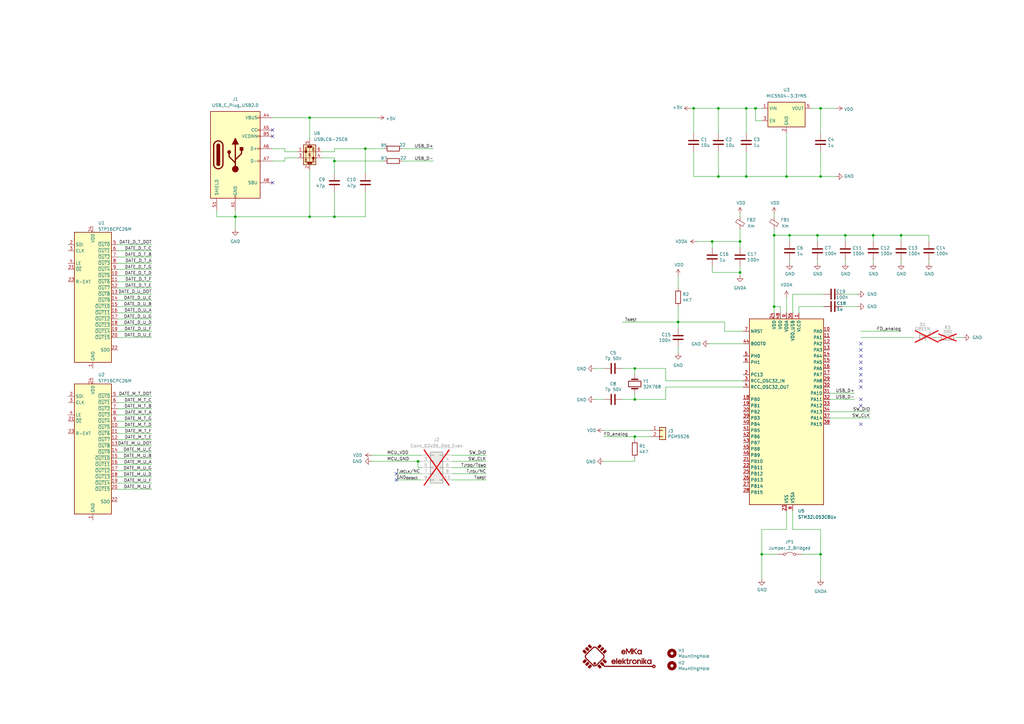
<source format=kicad_sch>
(kicad_sch (version 20250114) (generator "eeschema") (generator_version "9.0")
  (paper "A3")
  (junction (at 303.53 111.76))
  (junction (at 292.1 99.06))
  (junction (at 306.07 72.39))
  (junction (at 284.48 44.45))
  (junction (at 260.35 151.13))
  (junction (at 317.5 125.73))
  (junction (at 303.53 99.06))
  (junction (at 335.28 96.52))
  (junction (at 358.14 96.52))
  (junction (at 323.85 96.52))
  (junction (at 137.16 88.9))
  (junction (at 127 88.9))
  (junction (at 317.5 96.52))
  (junction (at 278.13 132.08))
  (junction (at 260.35 179.07))
  (junction (at 137.16 66.04))
  (junction (at 127 48.26))
  (junction (at 149.86 60.96))
  (junction (at 336.55 72.39))
  (junction (at 260.35 163.83))
  (junction (at 336.55 227.33))
  (junction (at 346.71 96.52))
  (junction (at 306.07 44.45))
  (junction (at 294.64 44.45))
  (junction (at 312.42 227.33))
  (junction (at 171.45 189.23))
  (junction (at 369.57 96.52))
  (junction (at 294.64 72.39))
  (junction (at 309.88 44.45))
  (junction (at 336.55 44.45))
  (junction (at 96.52 88.9))
  (junction (at 322.58 72.39))
  (no_connect (at 353.06 151.13))
  (no_connect (at 111.76 74.93))
  (no_connect (at 353.06 143.51))
  (no_connect (at 353.06 158.75))
  (no_connect (at 353.06 148.59))
  (no_connect (at 353.06 156.21))
  (no_connect (at 162.56 196.85))
  (no_connect (at 111.76 55.88))
  (no_connect (at 353.06 153.67))
  (no_connect (at 353.06 163.83))
  (no_connect (at 162.56 194.31))
  (no_connect (at 111.76 53.34))
  (no_connect (at 353.06 166.37))
  (no_connect (at 353.06 173.99))
  (no_connect (at 353.06 140.97))
  (no_connect (at 353.06 146.05))
  (wire (pts (xy 297.18 132.08) (xy 297.18 135.89)))
  (wire (pts (xy 317.5 93.98) (xy 317.5 96.52)))
  (wire (pts (xy 356.87 171.45) (xy 340.36 171.45)))
  (wire (pts (xy 306.07 62.23) (xy 306.07 72.39)))
  (wire (pts (xy 48.26 102.87) (xy 62.23 102.87)))
  (wire (pts (xy 48.26 130.81) (xy 62.23 130.81)))
  (wire (pts (xy 48.26 182.88) (xy 62.23 182.88)))
  (wire (pts (xy 185.42 194.31) (xy 199.39 194.31)))
  (wire (pts (xy 346.71 96.52) (xy 346.71 99.06)))
  (wire (pts (xy 152.4 186.69) (xy 172.72 186.69)))
  (wire (pts (xy 48.26 125.73) (xy 62.23 125.73)))
  (wire (pts (xy 48.26 190.5) (xy 62.23 190.5)))
  (wire (pts (xy 306.07 44.45) (xy 309.88 44.45)))
  (wire (pts (xy 165.1 60.96) (xy 177.8 60.96)))
  (wire (pts (xy 358.14 96.52) (xy 369.57 96.52)))
  (wire (pts (xy 327.66 125.73) (xy 327.66 128.27)))
  (wire (pts (xy 137.16 64.77) (xy 137.16 66.04)))
  (wire (pts (xy 116.84 66.04) (xy 111.76 66.04)))
  (wire (pts (xy 325.12 120.65) (xy 337.82 120.65)))
  (wire (pts (xy 48.26 123.19) (xy 62.23 123.19)))
  (wire (pts (xy 358.14 106.68) (xy 358.14 107.95)))
  (wire (pts (xy 312.42 227.33) (xy 318.77 227.33)))
  (wire (pts (xy 369.57 106.68) (xy 369.57 107.95)))
  (wire (pts (xy 149.86 71.12) (xy 149.86 60.96)))
  (wire (pts (xy 303.53 109.22) (xy 303.53 111.76)))
  (wire (pts (xy 322.58 54.61) (xy 322.58 72.39)))
  (wire (pts (xy 255.27 163.83) (xy 260.35 163.83)))
  (wire (pts (xy 332.74 44.45) (xy 336.55 44.45)))
  (wire (pts (xy 111.76 60.96) (xy 116.84 60.96)))
  (wire (pts (xy 336.55 237.49) (xy 336.55 227.33)))
  (wire (pts (xy 306.07 54.61) (xy 306.07 44.45)))
  (wire (pts (xy 284.48 44.45) (xy 284.48 54.61)))
  (wire (pts (xy 172.72 191.77) (xy 171.45 191.77)))
  (wire (pts (xy 312.42 217.17) (xy 312.42 227.33)))
  (wire (pts (xy 185.42 186.69) (xy 199.39 186.69)))
  (wire (pts (xy 48.26 167.64) (xy 62.23 167.64)))
  (wire (pts (xy 185.42 189.23) (xy 199.39 189.23)))
  (wire (pts (xy 292.1 99.06) (xy 303.53 99.06)))
  (wire (pts (xy 325.12 209.55) (xy 325.12 217.17)))
  (wire (pts (xy 273.05 158.75) (xy 304.8 158.75)))
  (wire (pts (xy 48.26 107.95) (xy 62.23 107.95)))
  (wire (pts (xy 48.26 175.26) (xy 62.23 175.26)))
  (wire (pts (xy 278.13 132.08) (xy 297.18 132.08)))
  (wire (pts (xy 260.35 151.13) (xy 260.35 153.67)))
  (wire (pts (xy 306.07 72.39) (xy 322.58 72.39)))
  (wire (pts (xy 48.26 200.66) (xy 62.23 200.66)))
  (wire (pts (xy 340.36 163.83) (xy 350.52 163.83)))
  (wire (pts (xy 171.45 189.23) (xy 172.72 189.23)))
  (wire (pts (xy 48.26 193.04) (xy 62.23 193.04)))
  (wire (pts (xy 278.13 132.08) (xy 278.13 134.62)))
  (wire (pts (xy 127 48.26) (xy 127 57.15)))
  (wire (pts (xy 48.26 120.65) (xy 62.23 120.65)))
  (wire (pts (xy 116.84 60.96) (xy 116.84 62.23)))
  (wire (pts (xy 322.58 121.92) (xy 322.58 128.27)))
  (wire (pts (xy 273.05 158.75) (xy 273.05 163.83)))
  (wire (pts (xy 48.26 185.42) (xy 62.23 185.42)))
  (wire (pts (xy 273.05 151.13) (xy 273.05 156.21)))
  (wire (pts (xy 312.42 227.33) (xy 312.42 237.49)))
  (wire (pts (xy 243.84 163.83) (xy 247.65 163.83)))
  (wire (pts (xy 278.13 113.03) (xy 278.13 118.11)))
  (wire (pts (xy 137.16 62.23) (xy 137.16 60.96)))
  (wire (pts (xy 285.75 99.06) (xy 292.1 99.06)))
  (wire (pts (xy 185.42 196.85) (xy 199.39 196.85)))
  (wire (pts (xy 317.5 125.73) (xy 317.5 128.27)))
  (wire (pts (xy 353.06 138.43) (xy 374.65 138.43)))
  (wire (pts (xy 127 48.26) (xy 154.94 48.26)))
  (wire (pts (xy 317.5 96.52) (xy 317.5 125.73)))
  (wire (pts (xy 266.7 176.53) (xy 247.65 176.53)))
  (wire (pts (xy 48.26 113.03) (xy 62.23 113.03)))
  (wire (pts (xy 322.58 72.39) (xy 336.55 72.39)))
  (wire (pts (xy 323.85 96.52) (xy 335.28 96.52)))
  (wire (pts (xy 381 106.68) (xy 381 107.95)))
  (wire (pts (xy 260.35 163.83) (xy 273.05 163.83)))
  (wire (pts (xy 303.53 99.06) (xy 303.53 101.6)))
  (wire (pts (xy 48.26 138.43) (xy 62.23 138.43)))
  (wire (pts (xy 48.26 162.56) (xy 62.23 162.56)))
  (wire (pts (xy 116.84 64.77) (xy 116.84 66.04)))
  (wire (pts (xy 48.26 135.89) (xy 62.23 135.89)))
  (wire (pts (xy 96.52 88.9) (xy 127 88.9)))
  (wire (pts (xy 137.16 66.04) (xy 157.48 66.04)))
  (wire (pts (xy 260.35 151.13) (xy 273.05 151.13)))
  (wire (pts (xy 278.13 125.73) (xy 278.13 132.08)))
  (wire (pts (xy 260.35 179.07) (xy 266.7 179.07)))
  (wire (pts (xy 336.55 227.33) (xy 336.55 217.17)))
  (wire (pts (xy 162.56 196.85) (xy 172.72 196.85)))
  (wire (pts (xy 137.16 88.9) (xy 149.86 88.9)))
  (wire (pts (xy 292.1 101.6) (xy 292.1 99.06)))
  (wire (pts (xy 303.53 111.76) (xy 303.53 113.03)))
  (wire (pts (xy 273.05 156.21) (xy 304.8 156.21)))
  (wire (pts (xy 283.21 44.45) (xy 284.48 44.45)))
  (wire (pts (xy 48.26 180.34) (xy 62.23 180.34)))
  (wire (pts (xy 171.45 191.77) (xy 171.45 189.23)))
  (wire (pts (xy 294.64 62.23) (xy 294.64 72.39)))
  (wire (pts (xy 278.13 142.24) (xy 278.13 144.78)))
  (wire (pts (xy 309.88 49.53) (xy 309.88 44.45)))
  (wire (pts (xy 247.65 179.07) (xy 260.35 179.07)))
  (wire (pts (xy 294.64 44.45) (xy 294.64 54.61)))
  (wire (pts (xy 149.86 60.96) (xy 157.48 60.96)))
  (wire (pts (xy 127 69.85) (xy 127 88.9)))
  (wire (pts (xy 309.88 44.45) (xy 312.42 44.45)))
  (wire (pts (xy 317.5 87.63) (xy 317.5 88.9)))
  (wire (pts (xy 335.28 96.52) (xy 335.28 99.06)))
  (wire (pts (xy 312.42 217.17) (xy 322.58 217.17)))
  (wire (pts (xy 290.83 140.97) (xy 304.8 140.97)))
  (wire (pts (xy 284.48 72.39) (xy 294.64 72.39)))
  (wire (pts (xy 342.9 44.45) (xy 336.55 44.45)))
  (wire (pts (xy 303.53 93.98) (xy 303.53 99.06)))
  (wire (pts (xy 137.16 71.12) (xy 137.16 66.04)))
  (wire (pts (xy 162.56 194.31) (xy 172.72 194.31)))
  (wire (pts (xy 340.36 161.29) (xy 350.52 161.29)))
  (wire (pts (xy 137.16 60.96) (xy 149.86 60.96)))
  (wire (pts (xy 328.93 227.33) (xy 336.55 227.33)))
  (wire (pts (xy 303.53 111.76) (xy 292.1 111.76)))
  (wire (pts (xy 381 96.52) (xy 381 99.06)))
  (wire (pts (xy 48.26 128.27) (xy 62.23 128.27)))
  (wire (pts (xy 48.26 133.35) (xy 62.23 133.35)))
  (wire (pts (xy 369.57 96.52) (xy 381 96.52)))
  (wire (pts (xy 48.26 115.57) (xy 62.23 115.57)))
  (wire (pts (xy 292.1 111.76) (xy 292.1 109.22)))
  (wire (pts (xy 325.12 120.65) (xy 325.12 128.27)))
  (wire (pts (xy 48.26 165.1) (xy 62.23 165.1)))
  (wire (pts (xy 127 88.9) (xy 137.16 88.9)))
  (wire (pts (xy 345.44 120.65) (xy 351.79 120.65)))
  (wire (pts (xy 88.9 88.9) (xy 96.52 88.9)))
  (wire (pts (xy 48.26 105.41) (xy 62.23 105.41)))
  (wire (pts (xy 48.26 172.72) (xy 62.23 172.72)))
  (wire (pts (xy 346.71 96.52) (xy 358.14 96.52)))
  (wire (pts (xy 48.26 198.12) (xy 62.23 198.12)))
  (wire (pts (xy 284.48 62.23) (xy 284.48 72.39)))
  (wire (pts (xy 48.26 170.18) (xy 62.23 170.18)))
  (wire (pts (xy 317.5 96.52) (xy 323.85 96.52)))
  (wire (pts (xy 284.48 44.45) (xy 294.64 44.45)))
  (wire (pts (xy 353.06 135.89) (xy 369.57 135.89)))
  (wire (pts (xy 336.55 217.17) (xy 325.12 217.17)))
  (wire (pts (xy 369.57 96.52) (xy 369.57 99.06)))
  (wire (pts (xy 96.52 88.9) (xy 96.52 93.98)))
  (wire (pts (xy 294.64 72.39) (xy 306.07 72.39)))
  (wire (pts (xy 337.82 125.73) (xy 327.66 125.73)))
  (wire (pts (xy 48.26 118.11) (xy 62.23 118.11)))
  (wire (pts (xy 260.35 189.23) (xy 247.65 189.23)))
  (wire (pts (xy 165.1 66.04) (xy 177.8 66.04)))
  (wire (pts (xy 303.53 87.63) (xy 303.53 88.9)))
  (wire (pts (xy 149.86 78.74) (xy 149.86 88.9)))
  (wire (pts (xy 336.55 54.61) (xy 336.55 44.45)))
  (wire (pts (xy 185.42 191.77) (xy 199.39 191.77)))
  (wire (pts (xy 255.27 151.13) (xy 260.35 151.13)))
  (wire (pts (xy 48.26 177.8) (xy 62.23 177.8)))
  (wire (pts (xy 297.18 135.89) (xy 304.8 135.89)))
  (wire (pts (xy 345.44 125.73) (xy 351.79 125.73)))
  (wire (pts (xy 336.55 62.23) (xy 336.55 72.39)))
  (wire (pts (xy 116.84 62.23) (xy 121.92 62.23)))
  (wire (pts (xy 48.26 100.33) (xy 62.23 100.33)))
  (wire (pts (xy 260.35 187.96) (xy 260.35 189.23)))
  (wire (pts (xy 336.55 72.39) (xy 342.9 72.39)))
  (wire (pts (xy 335.28 106.68) (xy 335.28 107.95)))
  (wire (pts (xy 335.28 96.52) (xy 346.71 96.52)))
  (wire (pts (xy 392.43 138.43) (xy 394.97 138.43)))
  (wire (pts (xy 320.04 125.73) (xy 320.04 128.27)))
  (wire (pts (xy 294.64 44.45) (xy 306.07 44.45)))
  (wire (pts (xy 260.35 161.29) (xy 260.35 163.83)))
  (wire (pts (xy 320.04 125.73) (xy 317.5 125.73)))
  (wire (pts (xy 96.52 86.36) (xy 96.52 88.9)))
  (wire (pts (xy 121.92 64.77) (xy 116.84 64.77)))
  (wire (pts (xy 255.27 132.08) (xy 278.13 132.08)))
  (wire (pts (xy 260.35 180.34) (xy 260.35 179.07)))
  (wire (pts (xy 48.26 187.96) (xy 62.23 187.96)))
  (wire (pts (xy 137.16 78.74) (xy 137.16 88.9)))
  (wire (pts (xy 88.9 86.36) (xy 88.9 88.9)))
  (wire (pts (xy 322.58 217.17) (xy 322.58 209.55)))
  (wire (pts (xy 346.71 106.68) (xy 346.71 107.95)))
  (wire (pts (xy 132.08 62.23) (xy 137.16 62.23)))
  (wire (pts (xy 340.36 168.91) (xy 356.87 168.91)))
  (wire (pts (xy 323.85 106.68) (xy 323.85 107.95)))
  (wire (pts (xy 384.81 138.43) (xy 382.27 138.43)))
  (wire (pts (xy 323.85 96.52) (xy 323.85 99.06)))
  (wire (pts (xy 243.84 151.13) (xy 247.65 151.13)))
  (wire (pts (xy 48.26 195.58) (xy 62.23 195.58)))
  (wire (pts (xy 358.14 96.52) (xy 358.14 99.06)))
  (wire (pts (xy 312.42 49.53) (xy 309.88 49.53)))
  (wire (pts (xy 132.08 64.77) (xy 137.16 64.77)))
  (wire (pts (xy 111.76 48.26) (xy 127 48.26)))
  (wire (pts (xy 48.26 110.49) (xy 62.23 110.49)))
  (wire (pts (xy 152.4 189.23) (xy 171.45 189.23)))
  (label "DATE_D_U_G" (at 62.23 130.81 180))
  (label "SW_DIO" (at 356.87 168.91 180))
  (label "DATE_D_U_DOT" (at 62.23 120.65 180))
  (label "DATE_M_T_C" (at 62.23 165.1 180))
  (label "SW_CLK" (at 199.39 189.23 180))
  (label "SW_CLK" (at 356.87 171.45 180))
  (label "T_{JRCLK}{slash}NC" (at 162.56 194.31 0))
  (label "DATE_D_T_B" (at 62.23 105.41 180))
  (label "DATE_D_T_DOT" (at 62.23 100.33 180))
  (label "DATE_M_T_A" (at 62.23 170.18 180))
  (label "DATE_M_U_C" (at 62.23 185.42 180))
  (label "USB_D-" (at 177.8 66.04 180))
  (label "DATE_D_U_E" (at 62.23 138.43 180))
  (label "FD_analog" (at 369.57 135.89 180))
  (label "DATE_M_U_B" (at 62.23 187.96 180))
  (label "DATE_D_T_G" (at 62.23 110.49 180))
  (label " T_{NRST}" (at 255.27 132.08 0))
  (label "DATE_M_U_G" (at 62.23 193.04 180))
  (label "DATE_D_U_C" (at 62.23 123.19 180))
  (label "DATE_D_U_B" (at 62.23 125.73 180))
  (label "FD_analog" (at 247.65 179.07 0))
  (label "USB_D+" (at 350.52 161.29 180))
  (label "DATE_M_T_E" (at 62.23 180.34 180))
  (label "USB_D-" (at 350.52 163.83 180))
  (label "DATE_M_T_D" (at 62.23 175.26 180))
  (label "DATE_M_U_DOT" (at 62.23 182.88 180))
  (label "DATE_D_T_A" (at 62.23 107.95 180))
  (label "DATE_M_U_F" (at 62.23 198.12 180))
  (label "T_{JTDO}{slash}T_{SWO}" (at 199.39 191.77 180))
  (label "DATE_D_T_D" (at 62.23 113.03 180))
  (label "DATE_D_U_D" (at 62.23 133.35 180))
  (label "DATE_M_T_B" (at 62.23 167.64 180))
  (label "DATE_M_T_G" (at 62.23 172.72 180))
  (label "T_{JTDI}{slash}NC" (at 199.39 194.31 180))
  (label "SW_DIO" (at 199.39 186.69 180))
  (label "DATE_M_U_A" (at 62.23 190.5 180))
  (label "DATE_M_T_DOT" (at 62.23 162.56 180))
  (label "MCU_GND" (at 158.75 189.23 0))
  (label " T_{NRST}" (at 199.39 196.85 180))
  (label "MCU_VDD" (at 158.75 186.69 0))
  (label "DATE_D_T_F" (at 62.23 115.57 180))
  (label "GND_{detect}" (at 162.56 196.85 0))
  (label "DATE_M_T_F" (at 62.23 177.8 180))
  (label "DATE_M_U_D" (at 62.23 195.58 180))
  (label "DATE_D_U_A" (at 62.23 128.27 180))
  (label "DATE_D_T_E" (at 62.23 118.11 180))
  (label "DATE_D_T_C" (at 62.23 102.87 180))
  (label "DATE_M_U_E" (at 62.23 200.66 180))
  (label "USB_D+" (at 177.8 60.96 180))
  (label "DATE_D_U_F" (at 62.23 135.89 180))
  (symbol (lib_id "Device:C") (at 335.28 102.87 0) (unit 1)
    (property "Reference" "C7" (at 338.201 101.7016 0) (effects (justify left)))
    (property "Value" "100n" (at 338.201 104.013 0) (effects (justify left)))
    (property "Footprint" "Capacitor_SMD:C_0603_1608Metric" (effects (hide yes)))
    (property "Unit Price (100+) PLN" "0,129" (effects (hide yes)))
    (property "INFO" "Multilayer Ceramic Capacitors MLCC - SMD/SMT 01005 16VDC 0.1uF 20% X5R" (effects (hide yes)))
    (property "MNF" "Murata Electronics" (effects (hide yes)))
    (property "MPN" "GRM022R61C104ME05L" (effects (hide yes)))
    (property "SHOP" "https://www.mouser.pl/ProductDetail/Murata-Electronics/GRM022R61C104ME05L?qs=sGAEpiMZZMvsSlwiRhF8qrQG6leidpLjjcivVtPLTa6z8Yu53QwVlA%3D%3D" (effects (hide yes)))
  )
  (symbol (lib_id "zlpcba_f103c8-rescue:GND-power") (at 323.85 107.95 0) (unit 1)
    (property "Reference" "#PWR014" (effects (hide yes)))
    (property "Value" "GND" (at 323.977 112.3442 0))
  )
  (symbol (lib_id "zlpcba_f103c8-rescue:GND-power") (at 335.28 107.95 0) (unit 1)
    (property "Reference" "#PWR016" (effects (hide yes)))
    (property "Value" "GND" (at 335.407 112.3442 0))
  )
  (symbol (lib_id "zlpcba_f103c8-rescue:VDD-power") (at 317.5 87.63 0) (unit 1)
    (property "Reference" "#PWR011" (effects (hide yes)))
    (property "Value" "VDD" (at 317.881 83.2358 0))
  )
  (symbol (lib_id "zlpcba_f103c8-rescue:GND-power") (at 312.42 237.49 0) (unit 1)
    (property "Reference" "#PWR012" (effects (hide yes)))
    (property "Value" "GND" (at 312.547 241.8842 0))
  )
  (symbol (lib_id "Device:R") (at 278.13 121.92 0) (unit 1)
    (property "Reference" "R2" (at 279.908 120.7516 0) (effects (justify left)))
    (property "Value" "4K7" (at 279.908 123.063 0) (effects (justify left)))
    (property "Footprint" "Resistor_SMD:R_0603_1608Metric" (effects (hide yes)))
    (property "Unit Price (100+) PLN" "0,026" (effects (hide yes)))
    (property "INFO" "Thick Film Resistors 4.7 kOhms 62.5 mW 0402 5%" (effects (hide yes)))
    (property "MNF" "YAGEO" (effects (hide yes)))
    (property "MPN" "RC0402JR-7D4K7L" (effects (hide yes)))
    (property "SHOP" "https://www.mouser.pl/ProductDetail/YAGEO/RC0402JR-7D4K7L?qs=sGAEpiMZZMvdGkrng054t%252BT3WHYFVvJgxkQmiEjqXd6icPcHI%252BrGkw%3D%3D" (effects (hide yes)))
  )
  (symbol (lib_id "zlpcba_f103c8-rescue:VDD-power") (at 278.13 113.03 0) (unit 1)
    (property "Reference" "#PWR010" (effects (hide yes)))
    (property "Value" "VDD" (at 278.511 108.6358 0))
  )
  (symbol (lib_id "Device:Crystal") (at 260.35 157.48 90) (unit 1)
    (property "Reference" "Y1" (at 263.6774 156.3116 90) (effects (justify right)))
    (property "Value" "32K768" (at 263.6774 158.623 90) (effects (justify right)))
    (property "Footprint" "Crystal:Crystal_SMD_3215-2Pin_3.2x1.5mm" (effects (hide yes)))
    (property "SHOP" "https://www.mouser.pl/ProductDetail/Seiko-Semiconductors/SC32S-7PF20PPM?qs=3CPZD7qAgigZSR1ASVAS6w%3D%3D" (effects (hide yes)))
    (property "MNF" "Seiko Semiconductors" (effects (hide yes)))
    (property "MPN" "SC32S-7PF20PPM" (effects (hide yes)))
    (property "INFO" "Crystals 32.768kHz 7pF +/-20PPM" (effects (hide yes)))
    (property "Unit Price (100+) PLN" "1,08 " (effects (hide yes)))
  )
  (symbol (lib_id "Device:C") (at 251.46 151.13 270) (unit 1)
    (property "Reference" "C5" (at 251.46 144.7292 90))
    (property "Value" "7p 50V" (at 251.46 147.0406 90))
    (property "Footprint" "Capacitor_SMD:C_0603_1608Metric" (effects (hide yes)))
    (property "INFO" "Multilayer Ceramic Capacitors MLCC - SMD/SMT 7pF C0G 50V 0402 Auto grade" (effects (hide yes)))
    (property "MNF" "Samsung" (effects (hide yes)))
    (property "MPN" "CL05C070CB51PNC" (effects (hide yes)))
    (property "SHOP" "https://www.mouser.pl/ProductDetail/Samsung-Electro-Mechanics/CL05C070CB51PNC?qs=sGAEpiMZZMvsSlwiRhF8qtsGU%2FCnaNeQHqonEWYiw%2FLZT0Q2yX4WSQ%3D%3D" (effects (hide yes)))
    (property "Unit Price (100+) PLN" "0,116" (effects (hide yes)))
  )
  (symbol (lib_id "zlpcba_f103c8-rescue:GND-power") (at 243.84 151.13 270) (unit 1)
    (property "Reference" "#PWR09" (effects (hide yes)))
    (property "Value" "GND" (at 240.5888 151.257 90) (effects (justify right)))
  )
  (symbol (lib_id "Device:C") (at 306.07 58.42 0) (unit 1)
    (property "Reference" "C3" (at 308.991 57.2516 0) (effects (justify left)))
    (property "Value" "1u" (at 308.991 59.563 0) (effects (justify left)))
    (property "Footprint" "Capacitor_SMD:C_0805_2012Metric" (effects (hide yes)))
    (property "Unit Price (100+) PLN" "0,116" (effects (hide yes)))
    (property "INFO" "Multilayer Ceramic Capacitors MLCC - SMD/SMT 1.0uF +-10% 16V" (effects (hide yes)))
    (property "MNF" "Walsin" (effects (hide yes)))
    (property "MPN" "0805X105K160CT" (effects (hide yes)))
    (property "SHOP" "https://www.mouser.pl/ProductDetail/Walsin/0805X105K160CT?qs=wUXugUrL1qxMXFrDyyDE9A%3D%3D" (effects (hide yes)))
  )
  (symbol (lib_id "zlpcba_f103c8-rescue:VDD-power") (at 342.9 44.45 270) (unit 1)
    (property "Reference" "#PWR06" (effects (hide yes)))
    (property "Value" "VDD" (at 346.1512 44.831 90) (effects (justify left)))
  )
  (symbol (lib_id "zlpcba_f103c8-rescue:VDD-power") (at 247.65 176.53 90) (unit 1)
    (property "Reference" "#PWR03" (effects (hide yes)))
    (property "Value" "VDD" (at 244.602 176.53 90) (effects (justify left)))
  )
  (symbol (lib_id "Device:R") (at 260.35 184.15 0) (unit 1)
    (property "Reference" "R1" (at 262.128 182.9816 0) (effects (justify left)))
    (property "Value" "4K7" (at 262.128 185.293 0) (effects (justify left)))
    (property "Footprint" "Resistor_SMD:R_0603_1608Metric" (effects (hide yes)))
    (property "Unit Price (100+) PLN" "0,026" (effects (hide yes)))
    (property "INFO" "Thick Film Resistors 4.7 kOhms 62.5 mW 0402 5%" (effects (hide yes)))
    (property "MNF" "YAGEO" (effects (hide yes)))
    (property "MPN" "RC0402JR-7D4K7L" (effects (hide yes)))
    (property "SHOP" "https://www.mouser.pl/ProductDetail/YAGEO/RC0402JR-7D4K7L?qs=sGAEpiMZZMvdGkrng054t%252BT3WHYFVvJgxkQmiEjqXd6icPcHI%252BrGkw%3D%3D" (effects (hide yes)))
  )
  (symbol (lib_id "zlpcba_f103c8-rescue:GND-power") (at 247.65 189.23 270) (unit 1)
    (property "Reference" "#PWR04" (effects (hide yes)))
    (property "Value" "GND" (at 244.3988 189.357 90) (effects (justify right)))
  )
  (symbol (lib_id "zlpcba_f103c8-rescue:+5V-power") (at 154.94 48.26 270) (unit 1)
    (property "Reference" "#PWR05" (effects (hide yes)))
    (property "Value" "+5V" (at 158.1912 48.641 90) (effects (justify left)))
  )
  (symbol (lib_id "zlpcba_f103c8-rescue:GND-power") (at 342.9 72.39 90) (unit 1)
    (property "Reference" "#PWR07" (effects (hide yes)))
    (property "Value" "GND" (at 346.1512 72.263 90) (effects (justify right)))
  )
  (symbol (lib_id "Mechanical:MountingHole") (at 275.59 267.97 0) (unit 1) (in_bom no)
    (property "Reference" "H1" (at 278.13 266.8016 0) (effects (justify left)))
    (property "Value" "MountingHole" (at 278.13 269.113 0) (effects (justify left)))
    (property "Footprint" "MountingHole:MountingHole_3.2mm_M3" (effects (hide yes)))
    (property "Unit Price (100+) PLN" "0" (effects (hide yes)))
    (property "INFO" "---" (effects (hide yes)))
    (property "MNF" "---" (effects (hide yes)))
    (property "MPN" "---" (effects (hide yes)))
    (property "SHOP" "---" (effects (hide yes)))
  )
  (symbol (lib_id "zlpcba_f103c8-rescue:eMKa_elektronika_LOGO-eMKa_INFO") (at 254 269.24 0) (unit 1) (in_bom no)
    (property "Reference" "G1" (effects (hide yes)))
    (property "Value" "eMKa_elektronika_LOGO" (effects (hide yes)))
    (property "Footprint" "eMKa_SIMBOLS:emka_logo_male" (effects (hide yes)))
    (property "Unit Price (100+) PLN" "0" (effects (hide yes)))
    (property "SHOP" "---" (effects (hide yes)))
    (property "MNF" "---" (effects (hide yes)))
    (property "MPN" "---" (effects (hide yes)))
    (property "INFO" "---" (effects (hide yes)))
  )
  (symbol (lib_id "Connector_Generic:Conn_01x02") (at 271.78 176.53 0) (unit 1) (in_bom no)
    (property "Reference" "J3" (at 273.812 176.7332 0) (effects (justify left)))
    (property "Value" "PGM5526" (at 273.812 179.0446 0) (effects (justify left)))
    (property "Footprint" "eMKa_CONNECTORS:easy_plug_short_x2" (effects (hide yes)))
    (property "Unit Price (100+) PLN" "0" (effects (hide yes)))
    (property "INFO" "---" (effects (hide yes)))
    (property "MNF" "---" (effects (hide yes)))
    (property "MPN" "---" (effects (hide yes)))
    (property "SHOP" "---" (effects (hide yes)))
  )
  (symbol (lib_id "Device:C") (at 341.63 120.65 90) (unit 1)
    (property "Reference" "C19" (at 342.9 119.6086 90) (effects (justify right)))
    (property "Value" "100n" (at 342.9 121.92 90) (effects (justify right)))
    (property "Footprint" "Capacitor_SMD:C_0603_1608Metric" (effects (hide yes)))
    (property "Unit Price (100+) PLN" "0,129" (effects (hide yes)))
    (property "INFO" "Multilayer Ceramic Capacitors MLCC - SMD/SMT 01005 16VDC 0.1uF 20% X5R" (effects (hide yes)))
    (property "MNF" "Murata Electronics" (effects (hide yes)))
    (property "MPN" "GRM022R61C104ME05L" (effects (hide yes)))
    (property "SHOP" "https://www.mouser.pl/ProductDetail/Murata-Electronics/GRM022R61C104ME05L?qs=sGAEpiMZZMvsSlwiRhF8qrQG6leidpLjjcivVtPLTa6z8Yu53QwVlA%3D%3D" (effects (hide yes)))
  )
  (symbol (lib_id "Device:LED") (at 378.46 138.43 180) (unit 1) (in_bom no) (dnp yes)
    (property "Reference" "D1" (at 378.46 133.096 0))
    (property "Value" "GREEN" (at 378.46 134.874 0))
    (property "Footprint" "LED_SMD:LED_0603_1608Metric" (effects (hide yes)))
    (property "Description" "Light emitting diode" (effects (hide yes)))
    (property "SHOP" "---" (effects (hide yes)))
    (property "MNF" "---" (effects (hide yes)))
    (property "MPN" "---" (effects (hide yes)))
    (property "INFO" "---" (effects (hide yes)))
    (property "Unit Price (100+) PLN" "0" (effects (hide yes)))
  )
  (symbol (lib_id "zlpcba_f103c8-rescue:GND-power") (at 369.57 107.95 0) (unit 1)
    (property "Reference" "#PWR024" (effects (hide yes)))
    (property "Value" "GND" (at 369.697 112.3442 0))
  )
  (symbol (lib_id "Jumper:Jumper_2_Bridged") (at 323.85 227.33 0) (unit 1)
    (property "Reference" "JP1" (at 323.85 222.25 0))
    (property "Value" "Jumper_2_Bridged" (at 323.85 224.79 0))
    (property "Description" "Jumper, 2-pole, closed/bridged" (effects (hide yes)))
  )
  (symbol (lib_id "Device:C") (at 381 102.87 0) (unit 1)
    (property "Reference" "C14" (at 383.921 101.7016 0) (effects (justify left)))
    (property "Value" "100n" (at 383.921 104.013 0) (effects (justify left)))
    (property "Footprint" "Capacitor_SMD:C_0603_1608Metric" (effects (hide yes)))
    (property "Unit Price (100+) PLN" "0,129" (effects (hide yes)))
    (property "INFO" "Multilayer Ceramic Capacitors MLCC - SMD/SMT 01005 16VDC 0.1uF 20% X5R" (effects (hide yes)))
    (property "MNF" "Murata Electronics" (effects (hide yes)))
    (property "MPN" "GRM022R61C104ME05L" (effects (hide yes)))
    (property "SHOP" "https://www.mouser.pl/ProductDetail/Murata-Electronics/GRM022R61C104ME05L?qs=sGAEpiMZZMvsSlwiRhF8qrQG6leidpLjjcivVtPLTa6z8Yu53QwVlA%3D%3D" (effects (hide yes)))
  )
  (symbol (lib_id "Device:FerriteBead_Small") (at 317.5 91.44 0) (unit 1)
    (property "Reference" "FB1" (at 322.072 90.17 0))
    (property "Value" "Xm" (at 322.072 92.71 0))
    (property "Footprint" "Inductor_SMD:L_0603_1608Metric" (effects (hide yes)))
    (property "Description" "Ferrite Beads 600 OHM 25% 0.5A" (effects (hide yes)))
    (property "SHOP" "https://mou.sr/4o6heLn" (effects (hide yes)))
    (property "MNF" "TDK" (effects (hide yes)))
    (property "MPN" "MMZ1608R601ATA00" (effects (hide yes)))
    (property "UNIT_PRICE ( min x100 order )" "0.133" (effects (hide yes)))
    (property "INVENTORY" "50" (effects (hide yes)))
  )
  (symbol (lib_id "power:GNDA") (at 303.53 113.03 0) (unit 1)
    (property "Reference" "#PWR023" (effects (hide yes)))
    (property "Value" "GNDA" (at 303.53 118.11 0))
    (property "Description" "Power symbol creates a global label with name \"GNDA\" , analog ground" (effects (hide yes)))
  )
  (symbol (lib_id "MCU_ST_STM32L0:STM32L053C8Ux") (at 322.58 168.91 0) (unit 1)
    (property "Reference" "U5" (at 327.2633 209.55 0) (effects (justify left)))
    (property "Value" "STM32L053C8Ux" (at 327.2633 212.09 0) (effects (justify left)))
    (property "Footprint" "Package_DFN_QFN:QFN-48-1EP_7x7mm_P0.5mm_EP5.6x5.6mm" (effects (hide yes)))
    (property "Datasheet" "https://www.st.com/resource/en/datasheet/stm32l053c8.pdf" (effects (hide yes)))
    (property "Description" "STMicroelectronics Arm Cortex-M0+ MCU, 64KB flash, 8KB RAM, 32 MHz, 1.65-3.6V, 37 GPIO, UFQFPN48" (effects (hide yes)))
    (pin "4" (alternate "RCC_OSC32_OUT"))
    (pin "3" (alternate "RCC_OSC32_IN"))
  )
  (symbol (lib_id "power:GND") (at 278.13 144.78 0) (unit 1)
    (property "Reference" "#PWR019" (effects (hide yes)))
    (property "Value" "GND" (at 278.13 149.86 0))
    (property "Description" "Power symbol creates a global label with name \"GND\" , ground" (effects (hide yes)))
  )
  (symbol (lib_id "Device:C") (at 303.53 105.41 0) (unit 1)
    (property "Reference" "C17" (at 306.451 104.2416 0) (effects (justify left)))
    (property "Value" "100n" (at 306.451 106.553 0) (effects (justify left)))
    (property "Footprint" "Capacitor_SMD:C_0603_1608Metric" (effects (hide yes)))
    (property "Unit Price (100+) PLN" "0,129" (effects (hide yes)))
    (property "INFO" "Multilayer Ceramic Capacitors MLCC - SMD/SMT 01005 16VDC 0.1uF 20% X5R" (effects (hide yes)))
    (property "MNF" "Murata Electronics" (effects (hide yes)))
    (property "MPN" "GRM022R61C104ME05L" (effects (hide yes)))
    (property "SHOP" "https://www.mouser.pl/ProductDetail/Murata-Electronics/GRM022R61C104ME05L?qs=sGAEpiMZZMvsSlwiRhF8qrQG6leidpLjjcivVtPLTa6z8Yu53QwVlA%3D%3D" (effects (hide yes)))
  )
  (symbol (lib_id "Device:C") (at 294.64 58.42 0) (unit 1)
    (property "Reference" "C2" (at 297.561 57.2516 0) (effects (justify left)))
    (property "Value" "10u" (at 297.561 59.563 0) (effects (justify left)))
    (property "Footprint" "Capacitor_SMD:C_0805_2012Metric" (effects (hide yes)))
    (property "Unit Price (100+) PLN" "0,125" (effects (hide yes)))
    (property "INFO" "Multilayer Ceramic Capacitors MLCC - SMD/SMT 963-MSAST21GBB5106MT RPLCMT PN 25V 10uF X5R 0805 20%" (effects (hide yes)))
    (property "MNF" "TAIYO YUDEN" (effects (hide yes)))
    (property "MPN" "TMK212BBJ106MG-T" (effects (hide yes)))
    (property "SHOP" "https://www.mouser.pl/ProductDetail/TAIYO-YUDEN/TMK212BBJ106MG-T?qs=sGAEpiMZZMvsSlwiRhF8qvXH2%252BT6Wjq1bQC8NDAxtUO%2FVw1twjONZg%3D%3D" (effects (hide yes)))
  )
  (symbol (lib_id "Device:C") (at 336.55 58.42 0) (unit 1)
    (property "Reference" "C4" (at 339.471 57.2516 0) (effects (justify left)))
    (property "Value" "1u" (at 339.471 59.563 0) (effects (justify left)))
    (property "Footprint" "Capacitor_SMD:C_0805_2012Metric" (effects (hide yes)))
    (property "Unit Price (100+) PLN" "0,116" (effects (hide yes)))
    (property "INFO" "Multilayer Ceramic Capacitors MLCC - SMD/SMT 1.0uF +-10% 16V" (effects (hide yes)))
    (property "MNF" "Walsin" (effects (hide yes)))
    (property "MPN" "0805X105K160CT" (effects (hide yes)))
    (property "SHOP" "https://www.mouser.pl/ProductDetail/Walsin/0805X105K160CT?qs=wUXugUrL1qxMXFrDyyDE9A%3D%3D" (effects (hide yes)))
  )
  (symbol (lib_id "Device:R") (at 161.29 66.04 270) (mirror x) (unit 1)
    (property "Reference" "R7" (at 157.48 65.024 90))
    (property "Value" "22" (at 165.354 64.77 90))
    (property "Footprint" "Resistor_SMD:R_0603_1608Metric" (effects (hide yes)))
    (property "Description" "Resistor" (effects (hide yes)))
    (property "Tolerance" "5%" (effects (hide yes)))
  )
  (symbol (lib_id "Device:C") (at 341.63 125.73 90) (unit 1)
    (property "Reference" "C18" (at 343.154 124.4346 90) (effects (justify right)))
    (property "Value" "1u" (at 343.154 126.746 90) (effects (justify right)))
    (property "Footprint" "Capacitor_SMD:C_0805_2012Metric" (effects (hide yes)))
    (property "Unit Price (100+) PLN" "0,116" (effects (hide yes)))
    (property "INFO" "Multilayer Ceramic Capacitors MLCC - SMD/SMT 1.0uF +-10% 16V" (effects (hide yes)))
    (property "MNF" "Walsin" (effects (hide yes)))
    (property "MPN" "0805X105K160CT" (effects (hide yes)))
    (property "SHOP" "https://www.mouser.pl/ProductDetail/Walsin/0805X105K160CT?qs=wUXugUrL1qxMXFrDyyDE9A%3D%3D" (effects (hide yes)))
  )
  (symbol (lib_id "Device:C") (at 292.1 105.41 0) (unit 1)
    (property "Reference" "C16" (at 295.021 104.2416 0) (effects (justify left)))
    (property "Value" "1u" (at 295.021 106.553 0) (effects (justify left)))
    (property "Footprint" "Capacitor_SMD:C_0805_2012Metric" (effects (hide yes)))
    (property "Unit Price (100+) PLN" "0,116" (effects (hide yes)))
    (property "INFO" "Multilayer Ceramic Capacitors MLCC - SMD/SMT 1.0uF +-10% 16V" (effects (hide yes)))
    (property "MNF" "Walsin" (effects (hide yes)))
    (property "MPN" "0805X105K160CT" (effects (hide yes)))
    (property "SHOP" "https://www.mouser.pl/ProductDetail/Walsin/0805X105K160CT?qs=wUXugUrL1qxMXFrDyyDE9A%3D%3D" (effects (hide yes)))
  )
  (symbol (lib_id "Driver_LED:STP16CPC26M") (at 38.1 185.42 0) (unit 1)
    (property "Reference" "U2" (at 40.2433 153.67 0) (effects (justify left)))
    (property "Value" "STP16CPC26M" (at 40.2433 156.21 0) (effects (justify left)))
    (property "Footprint" "Package_SO:SOIC-24W_7.5x15.4mm_P1.27mm" (effects (hide yes)))
    (property "Datasheet" "https://www.st.com/resource/en/datasheet/STP16CPC26.pdf" (effects (hide yes)))
    (property "Description" "16-bit constant current LED sink driver, 5..90mA output current, 20V driving capability, 3..5.5V power supply, SOIC-24" (effects (hide yes)))
  )
  (symbol (lib_id "Device:R") (at 388.62 138.43 270) (mirror x) (unit 1) (in_bom no) (dnp yes)
    (property "Reference" "R3" (at 388.62 134.366 90))
    (property "Value" "390" (at 388.62 136.144 90))
    (property "Footprint" "Resistor_SMD:R_0603_1608Metric" (effects (hide yes)))
    (property "Description" "Resistor" (effects (hide yes)))
    (property "Tolerance" "5%" (effects (hide yes)))
    (property "SHOP" "---" (effects (hide yes)))
    (property "MNF" "---" (effects (hide yes)))
    (property "MPN" "---" (effects (hide yes)))
    (property "INFO" "---" (effects (hide yes)))
    (property "Unit Price (100+) PLN" "0" (effects (hide yes)))
  )
  (symbol (lib_id "Device:FerriteBead_Small") (at 303.53 91.44 0) (unit 1)
    (property "Reference" "FB2" (at 308.102 90.17 0))
    (property "Value" "Xm" (at 308.102 92.71 0))
    (property "Footprint" "Inductor_SMD:L_0603_1608Metric" (effects (hide yes)))
    (property "Description" "Ferrite Beads 600 OHM 25% 0.5A" (effects (hide yes)))
    (property "SHOP" "https://mou.sr/4o6heLn" (effects (hide yes)))
    (property "MNF" "TDK" (effects (hide yes)))
    (property "MPN" "MMZ1608R601ATA00" (effects (hide yes)))
    (property "UNIT_PRICE ( min x100 order )" "0.133" (effects (hide yes)))
    (property "INVENTORY" "50" (effects (hide yes)))
  )
  (symbol (lib_id "Device:R") (at 161.29 60.96 270) (mirror x) (unit 1)
    (property "Reference" "R5" (at 157.48 59.69 90))
    (property "Value" "22" (at 165.1 59.436 90))
    (property "Footprint" "Resistor_SMD:R_0603_1608Metric" (effects (hide yes)))
    (property "Description" "Resistor" (effects (hide yes)))
    (property "Tolerance" "5%" (effects (hide yes)))
  )
  (symbol (lib_id "zlpcba_f103c8-rescue:GND-power") (at 358.14 107.95 0) (unit 1)
    (property "Reference" "#PWR022" (effects (hide yes)))
    (property "Value" "GND" (at 358.267 112.3442 0))
  )
  (symbol (lib_id "Device:C") (at 251.46 163.83 270) (unit 1)
    (property "Reference" "C8" (at 251.46 157.4292 90))
    (property "Value" "7p 50V" (at 251.46 159.7406 90))
    (property "Footprint" "Capacitor_SMD:C_0603_1608Metric" (effects (hide yes)))
    (property "INFO" "Multilayer Ceramic Capacitors MLCC - SMD/SMT 7pF C0G 50V 0402 Auto grade" (effects (hide yes)))
    (property "MNF" "Samsung" (effects (hide yes)))
    (property "MPN" "CL05C070CB51PNC" (effects (hide yes)))
    (property "SHOP" "https://www.mouser.pl/ProductDetail/Samsung-Electro-Mechanics/CL05C070CB51PNC?qs=sGAEpiMZZMvsSlwiRhF8qtsGU%2FCnaNeQHqonEWYiw%2FLZT0Q2yX4WSQ%3D%3D" (effects (hide yes)))
    (property "Unit Price (100+) PLN" "0,116" (effects (hide yes)))
  )
  (symbol (lib_id "Power_Protection:USBLC6-2SC6") (at 127 62.23 0) (unit 1)
    (property "Reference" "U6" (at 128.6511 54.61 0) (effects (justify left)))
    (property "Value" "USBLC6-2SC6" (at 128.6511 57.15 0) (effects (justify left)))
    (property "Footprint" "Package_TO_SOT_SMD:SOT-23-6" (effects (hide yes)))
    (property "Datasheet" "https://www.st.com/resource/en/datasheet/usblc6-2.pdf" (effects (hide yes)))
    (property "Description" "Very low capacitance ESD protection diode, 2 data-line, SOT-23-6" (effects (hide yes)))
  )
  (symbol (lib_id "Device:C") (at 278.13 138.43 0) (mirror y) (unit 1)
    (property "Reference" "C15" (at 275.209 137.2616 0) (effects (justify left)))
    (property "Value" "100n" (at 275.209 139.573 0) (effects (justify left)))
    (property "Footprint" "Capacitor_SMD:C_0603_1608Metric" (effects (hide yes)))
    (property "Unit Price (100+) PLN" "0,129" (effects (hide yes)))
    (property "INFO" "Multilayer Ceramic Capacitors MLCC - SMD/SMT 01005 16VDC 0.1uF 20% X5R" (effects (hide yes)))
    (property "MNF" "Murata Electronics" (effects (hide yes)))
    (property "MPN" "GRM022R61C104ME05L" (effects (hide yes)))
    (property "SHOP" "https://www.mouser.pl/ProductDetail/Murata-Electronics/GRM022R61C104ME05L?qs=sGAEpiMZZMvsSlwiRhF8qrQG6leidpLjjcivVtPLTa6z8Yu53QwVlA%3D%3D" (effects (hide yes)))
  )
  (symbol (lib_id "Device:C") (at 149.86 74.93 0) (mirror y) (unit 1)
    (property "Reference" "C10" (at 146.05 73.6599 0) (effects (justify left)))
    (property "Value" "47p" (at 146.05 76.1999 0) (effects (justify left)))
    (property "Footprint" "Capacitor_SMD:C_0603_1608Metric" (effects (hide yes)))
    (property "Description" "Unpolarized capacitor" (effects (hide yes)))
    (property "Tolerance" "5%" (effects (hide yes)))
    (property "VOLTAGE" "16V" (effects (hide yes)))
  )
  (symbol (lib_id "Device:C") (at 137.16 74.93 0) (mirror y) (unit 1)
    (property "Reference" "C9" (at 133.35 73.6599 0) (effects (justify left)))
    (property "Value" "47p" (at 133.35 76.1999 0) (effects (justify left)))
    (property "Footprint" "Capacitor_SMD:C_0603_1608Metric" (effects (hide yes)))
    (property "Description" "Unpolarized capacitor" (effects (hide yes)))
    (property "Tolerance" "5%" (effects (hide yes)))
    (property "VOLTAGE" "16V" (effects (hide yes)))
  )
  (symbol (lib_id "power:VDDA") (at 322.58 121.92 0) (unit 1)
    (property "Reference" "#PWR030" (effects (hide yes)))
    (property "Value" "VDDA" (at 322.58 116.84 0))
    (property "Description" "Power symbol creates a global label with name \"VDDA\"" (effects (hide yes)))
  )
  (symbol (lib_id "Device:C") (at 358.14 102.87 0) (unit 1)
    (property "Reference" "C12" (at 361.061 101.7016 0) (effects (justify left)))
    (property "Value" "100n" (at 361.061 104.013 0) (effects (justify left)))
    (property "Footprint" "Capacitor_SMD:C_0603_1608Metric" (effects (hide yes)))
    (property "Unit Price (100+) PLN" "0,129" (effects (hide yes)))
    (property "INFO" "Multilayer Ceramic Capacitors MLCC - SMD/SMT 01005 16VDC 0.1uF 20% X5R" (effects (hide yes)))
    (property "MNF" "Murata Electronics" (effects (hide yes)))
    (property "MPN" "GRM022R61C104ME05L" (effects (hide yes)))
    (property "SHOP" "https://www.mouser.pl/ProductDetail/Murata-Electronics/GRM022R61C104ME05L?qs=sGAEpiMZZMvsSlwiRhF8qrQG6leidpLjjcivVtPLTa6z8Yu53QwVlA%3D%3D" (effects (hide yes)))
  )
  (symbol (lib_id "Device:C") (at 323.85 102.87 0) (unit 1)
    (property "Reference" "C6" (at 326.771 101.7016 0) (effects (justify left)))
    (property "Value" "1u" (at 326.771 104.013 0) (effects (justify left)))
    (property "Footprint" "Capacitor_SMD:C_0805_2012Metric" (effects (hide yes)))
    (property "Unit Price (100+) PLN" "0,116" (effects (hide yes)))
    (property "INFO" "Multilayer Ceramic Capacitors MLCC - SMD/SMT 1.0uF +-10% 16V" (effects (hide yes)))
    (property "MNF" "Walsin" (effects (hide yes)))
    (property "MPN" "0805X105K160CT" (effects (hide yes)))
    (property "SHOP" "https://www.mouser.pl/ProductDetail/Walsin/0805X105K160CT?qs=wUXugUrL1qxMXFrDyyDE9A%3D%3D" (effects (hide yes)))
  )
  (symbol (lib_id "Device:C") (at 346.71 102.87 0) (unit 1)
    (property "Reference" "C11" (at 349.631 101.7016 0) (effects (justify left)))
    (property "Value" "100n" (at 349.631 104.013 0) (effects (justify left)))
    (property "Footprint" "Capacitor_SMD:C_0603_1608Metric" (effects (hide yes)))
    (property "Unit Price (100+) PLN" "0,129" (effects (hide yes)))
    (property "INFO" "Multilayer Ceramic Capacitors MLCC - SMD/SMT 01005 16VDC 0.1uF 20% X5R" (effects (hide yes)))
    (property "MNF" "Murata Electronics" (effects (hide yes)))
    (property "MPN" "GRM022R61C104ME05L" (effects (hide yes)))
    (property "SHOP" "https://www.mouser.pl/ProductDetail/Murata-Electronics/GRM022R61C104ME05L?qs=sGAEpiMZZMvsSlwiRhF8qrQG6leidpLjjcivVtPLTa6z8Yu53QwVlA%3D%3D" (effects (hide yes)))
  )
  (symbol (lib_id "zlpcba_f103c8-rescue:GND-power") (at 381 107.95 0) (unit 1)
    (property "Reference" "#PWR026" (effects (hide yes)))
    (property "Value" "GND" (at 381.127 112.3442 0))
  )
  (symbol (lib_id "Mechanical:MountingHole") (at 275.59 273.05 0) (unit 1) (in_bom no)
    (property "Reference" "H2" (at 278.13 271.8816 0) (effects (justify left)))
    (property "Value" "MountingHole" (at 278.13 274.193 0) (effects (justify left)))
    (property "Footprint" "MountingHole:MountingHole_3.2mm_M3" (effects (hide yes)))
    (property "Unit Price (100+) PLN" "0" (effects (hide yes)))
    (property "INFO" "---" (effects (hide yes)))
    (property "MNF" "---" (effects (hide yes)))
    (property "MPN" "---" (effects (hide yes)))
    (property "SHOP" "---" (effects (hide yes)))
  )
  (symbol (lib_id "power:GNDA") (at 336.55 237.49 0) (unit 1)
    (property "Reference" "#PWR025" (effects (hide yes)))
    (property "Value" "GNDA" (at 336.55 242.57 0))
    (property "Description" "Power symbol creates a global label with name \"GNDA\" , analog ground" (effects (hide yes)))
  )
  (symbol (lib_id "Device:C") (at 284.48 58.42 0) (unit 1)
    (property "Reference" "C1" (at 287.401 57.2516 0) (effects (justify left)))
    (property "Value" "10u" (at 287.401 59.563 0) (effects (justify left)))
    (property "Footprint" "Capacitor_SMD:C_0805_2012Metric" (effects (hide yes)))
    (property "Unit Price (100+) PLN" "0,125" (effects (hide yes)))
    (property "INFO" "Multilayer Ceramic Capacitors MLCC - SMD/SMT 963-MSAST21GBB5106MT RPLCMT PN 25V 10uF X5R 0805 20%" (effects (hide yes)))
    (property "MNF" "TAIYO YUDEN" (effects (hide yes)))
    (property "MPN" "TMK212BBJ106MG-T" (effects (hide yes)))
    (property "SHOP" "https://www.mouser.pl/ProductDetail/TAIYO-YUDEN/TMK212BBJ106MG-T?qs=sGAEpiMZZMvsSlwiRhF8qvXH2%252BT6Wjq1bQC8NDAxtUO%2FVw1twjONZg%3D%3D" (effects (hide yes)))
  )
  (symbol (lib_id "power:GND") (at 351.79 125.73 90) (unit 1)
    (property "Reference" "#PWR027" (effects (hide yes)))
    (property "Value" "GND" (at 355.6 125.7299 90) (effects (justify right)))
    (property "Description" "Power symbol creates a global label with name \"GND\" , ground" (effects (hide yes)))
  )
  (symbol (lib_id "power:GND") (at 96.52 93.98 0) (unit 1)
    (property "Reference" "#PWR015" (effects (hide yes)))
    (property "Value" "GND" (at 96.52 99.06 0))
    (property "Description" "Power symbol creates a global label with name \"GND\" , ground" (effects (hide yes)))
  )
  (symbol (lib_id "custom:USB_C_Plug_USB2.0") (at 96.52 63.5 0) (unit 1)
    (property "Reference" "J1" (at 96.52 40.64 0))
    (property "Value" "USB_C_Plug_USB2.0" (at 96.52 43.18 0))
    (property "Footprint" "Connector_USB:USB_C_Receptacle_G-Switch_GT-USB-7051x" (effects (hide yes)))
    (property "Datasheet" "https://www.usb.org/sites/default/files/documents/usb_type-c.zip" (effects (hide yes)))
    (property "Description" "USB 2.0-only Type-C Plug connector" (effects (hide yes)))
    (property "MPN" "GT-USB-7051A" (effects (hide yes)))
    (property "MNF" "G-SWITCH" (effects (hide yes)))
    (property "SHOP" "https://www.lcsc.com/product-detail/USB-Connectors_G-Switch-GT-USB-7051A_C2843970.html" (effects (hide yes)))
    (property "Unit Price (100+) PLN" "1,50" (effects (hide yes)))
    (property "INFO" " 5A USB 2.0 1 Standing paste 16P Female -40℃~+85℃ Gold High conductivity copper Type-C SMD USB Connectors ROHS" (effects (hide yes)))
  )
  (symbol (lib_id "zlpcba_f103c8-rescue:VDD-power") (at 303.53 87.63 0) (unit 1)
    (property "Reference" "#PWR021" (effects (hide yes)))
    (property "Value" "VDD" (at 303.911 83.2358 0))
  )
  (symbol (lib_id "power:VDDA") (at 285.75 99.06 90) (unit 1)
    (property "Reference" "#PWR029" (effects (hide yes)))
    (property "Value" "VDDA" (at 281.94 99.0599 90) (effects (justify left)))
    (property "Description" "Power symbol creates a global label with name \"VDDA\"" (effects (hide yes)))
  )
  (symbol (lib_id "zlpcba_f103c8-rescue:GND-power") (at 243.84 163.83 270) (unit 1)
    (property "Reference" "#PWR08" (effects (hide yes)))
    (property "Value" "GND" (at 240.5888 163.957 90) (effects (justify right)))
  )
  (symbol (lib_id "zlpcba_f103c8-rescue:GND-power") (at 290.83 140.97 270) (unit 1)
    (property "Reference" "#PWR018" (effects (hide yes)))
    (property "Value" "GND" (at 287.5788 141.097 90) (effects (justify right)))
  )
  (symbol (lib_id "Device:C") (at 369.57 102.87 0) (unit 1)
    (property "Reference" "C13" (at 372.491 101.7016 0) (effects (justify left)))
    (property "Value" "100n" (at 372.491 104.013 0) (effects (justify left)))
    (property "Footprint" "Capacitor_SMD:C_0603_1608Metric" (effects (hide yes)))
    (property "Unit Price (100+) PLN" "0,129" (effects (hide yes)))
    (property "INFO" "Multilayer Ceramic Capacitors MLCC - SMD/SMT 01005 16VDC 0.1uF 20% X5R" (effects (hide yes)))
    (property "MNF" "Murata Electronics" (effects (hide yes)))
    (property "MPN" "GRM022R61C104ME05L" (effects (hide yes)))
    (property "SHOP" "https://www.mouser.pl/ProductDetail/Murata-Electronics/GRM022R61C104ME05L?qs=sGAEpiMZZMvsSlwiRhF8qrQG6leidpLjjcivVtPLTa6z8Yu53QwVlA%3D%3D" (effects (hide yes)))
  )
  (symbol (lib_id "power:GND") (at 152.4 189.23 270) (unit 1)
    (property "Reference" "#PWR02" (effects (hide yes)))
    (property "Value" "GND" (at 148.59 189.2299 90) (effects (justify right)))
    (property "Description" "Power symbol creates a global label with name \"GND\" , ground" (effects (hide yes)))
  )
  (symbol (lib_id "Regulator_Linear:MIC5504-3.3YM5") (at 322.58 46.99 0) (unit 1)
    (property "Reference" "U3" (at 322.58 36.83 0))
    (property "Value" "MIC5504-3.3YM5" (at 322.58 39.37 0))
    (property "Footprint" "Package_TO_SOT_SMD:SOT-23-5" (effects (hide yes)))
    (property "Datasheet" "http://ww1.microchip.com/downloads/en/DeviceDoc/MIC550X.pdf" (effects (hide yes)))
    (property "Description" "300mA Low-dropout Voltage Regulator, Vout 3.3V, Vin up to 5.5V, SOT-23" (effects (hide yes)))
    (property "INFO" "LDO Voltage Regulators Single 300mA LDO" (effects (hide yes)))
    (property "MNF" "Microchip Technology" (effects (hide yes)))
    (property "MPN" "MIC5504-3.3YM5-TR" (effects (hide yes)))
    (property "SHOP" "https://www.mouser.pl/ProductDetail/Microchip-Technology/MIC5504-3.3YM5-TR?qs=U6T8BxXiZAUmVQ5Zs217qQ%3D%3D" (effects (hide yes)))
    (property "Unit Price (100+) PLN" "0,439" (effects (hide yes)))
  )
  (symbol (lib_id "power:GND") (at 394.97 138.43 90) (unit 1)
    (property "Reference" "#PWR017" (effects (hide yes)))
    (property "Value" "GND" (at 398.78 138.4299 90) (effects (justify right)))
    (property "Description" "Power symbol creates a global label with name \"GND\" , ground" (effects (hide yes)))
  )
  (symbol (lib_id "Driver_LED:STP16CPC26M") (at 38.1 123.19 0) (unit 1)
    (property "Reference" "U1" (at 40.2433 91.44 0) (effects (justify left)))
    (property "Value" "STP16CPC26M" (at 40.2433 93.98 0) (effects (justify left)))
    (property "Footprint" "Package_SO:SOIC-24W_7.5x15.4mm_P1.27mm" (effects (hide yes)))
    (property "Datasheet" "https://www.st.com/resource/en/datasheet/STP16CPC26.pdf" (effects (hide yes)))
    (property "Description" "16-bit constant current LED sink driver, 5..90mA output current, 20V driving capability, 3..5.5V power supply, SOIC-24" (effects (hide yes)))
  )
  (symbol (lib_id "zlpcba_f103c8-rescue:+5V-power") (at 283.21 44.45 90) (unit 1)
    (property "Reference" "#PWR013" (effects (hide yes)))
    (property "Value" "+5V" (at 279.9588 44.069 90) (effects (justify left)))
  )
  (symbol (lib_id "power:GND") (at 351.79 120.65 90) (unit 1)
    (property "Reference" "#PWR028" (effects (hide yes)))
    (property "Value" "GND" (at 355.6 120.6499 90) (effects (justify right)))
    (property "Description" "Power symbol creates a global label with name \"GND\" , ground" (effects (hide yes)))
  )
  (symbol (lib_id "power:VDD") (at 152.4 186.69 90) (unit 1)
    (property "Reference" "#PWR01" (effects (hide yes)))
    (property "Value" "VDD" (at 148.59 186.6899 90) (effects (justify left)))
    (property "Description" "Power symbol creates a global label with name \"VDD\"" (effects (hide yes)))
  )
  (symbol (lib_id "Connector_Generic:Conn_02x05_Odd_Even") (at 177.8 191.77 0) (unit 1) (in_bom no) (dnp yes)
    (property "Reference" "J2" (at 179.07 180.34 0))
    (property "Value" "Conn_02x05_Odd_Even" (at 179.07 182.88 0))
    (property "Footprint" "Connector_PinHeader_1.27mm:PinHeader_2x05_P1.27mm_Vertical_SMD" (effects (hide yes)))
    (property "Description" "Generic connector, double row, 02x05, odd/even pin numbering scheme (row 1 odd numbers, row 2 even numbers), script generated (kicad-library-utils/schlib/autogen/connector/)" (effects (hide yes)))
    (property "Unit Price (100+) PLN" "0" (effects (hide yes)))
    (property "INFO" "---" (effects (hide yes)))
    (property "MNF" "---" (effects (hide yes)))
    (property "MPN" "---" (effects (hide yes)))
    (property "SHOP" "---" (effects (hide yes)))
  )
  (symbol (lib_id "zlpcba_f103c8-rescue:GND-power") (at 346.71 107.95 0) (unit 1)
    (property "Reference" "#PWR020" (effects (hide yes)))
    (property "Value" "GND" (at 346.837 112.3442 0))
  )
)
</source>
